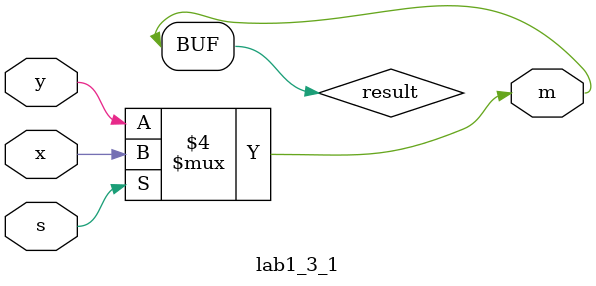
<source format=v>
`timescale 1ns / 1ps


module lab1_3_1(
   input x,
   input y,
   input s,
   output m
    );
    reg  result;
        always @ (x or y or s)
        begin
        if(s==0)
            result=y;
        else
            result=x;
        end
        
        assign m = result;
endmodule

</source>
